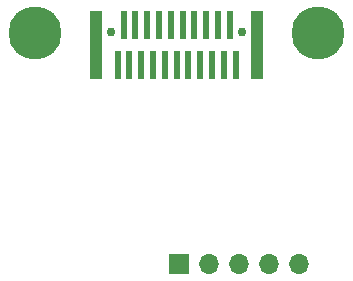
<source format=gbr>
%TF.GenerationSoftware,KiCad,Pcbnew,(6.0.0-0)*%
%TF.CreationDate,2022-03-03T22:17:19-05:00*%
%TF.ProjectId,temp_hum,74656d70-5f68-4756-9d2e-6b696361645f,rev?*%
%TF.SameCoordinates,Original*%
%TF.FileFunction,Soldermask,Bot*%
%TF.FilePolarity,Negative*%
%FSLAX46Y46*%
G04 Gerber Fmt 4.6, Leading zero omitted, Abs format (unit mm)*
G04 Created by KiCad (PCBNEW (6.0.0-0)) date 2022-03-03 22:17:19*
%MOMM*%
%LPD*%
G01*
G04 APERTURE LIST*
%ADD10C,4.500000*%
%ADD11R,1.700000X1.700000*%
%ADD12O,1.700000X1.700000*%
%ADD13C,0.760000*%
%ADD14R,1.000000X5.850000*%
%ADD15R,0.610000X2.410000*%
G04 APERTURE END LIST*
D10*
%TO.C,H1*%
X95000000Y-64000000D03*
%TD*%
%TO.C,H2*%
X119000000Y-64000000D03*
%TD*%
D11*
%TO.C,J1*%
X107193000Y-83566000D03*
D12*
X109733000Y-83566000D03*
X112273000Y-83566000D03*
X114813000Y-83566000D03*
X117353000Y-83566000D03*
%TD*%
D13*
%TO.C,J2*%
X101475500Y-63900000D03*
X112524500Y-63900000D03*
D14*
X100173500Y-65000000D03*
X113826500Y-65000000D03*
D15*
X101996500Y-66720000D03*
X102996500Y-66720000D03*
X103996500Y-66720000D03*
X104996500Y-66720000D03*
X105996500Y-66720000D03*
X106996500Y-66720000D03*
X107996500Y-66720000D03*
X108996500Y-66720000D03*
X109996500Y-66720000D03*
X110996500Y-66720000D03*
X111996500Y-66720000D03*
X111496500Y-63280000D03*
X110496500Y-63280000D03*
X109496500Y-63280000D03*
X108496500Y-63280000D03*
X107496500Y-63280000D03*
X106496500Y-63280000D03*
X105496500Y-63280000D03*
X104496500Y-63280000D03*
X103496500Y-63320000D03*
X102496500Y-63320000D03*
%TD*%
M02*

</source>
